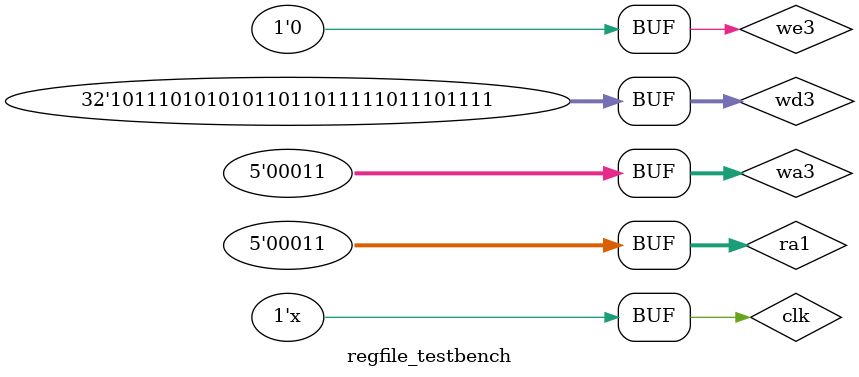
<source format=sv>

module regfile_testbench();
logic clk; 
logic we3;
logic [4:0]  ra1, ra2, wa3;
logic [31:0] wd3;
logic [31:0] rd1, rd2;

  // instantiate device under test
regfile instantiated_regfile(clk, we3, ra1, ra2, wa3, wd3, rd1, rd2);

  initial begin
    clk = 0;
    ra1 = 'b00011;
    we3 =1; #1;
    we3 = 0; #5;
    wa3 = 'b00011; we3 =1; wd3 = 'hC0DEBABE; #2;    
    we3 =0; wd3 = 'hBAADBEEF; #1; 
  end

always begin
#1 clk = ~clk; 
end  


  


endmodule

</source>
